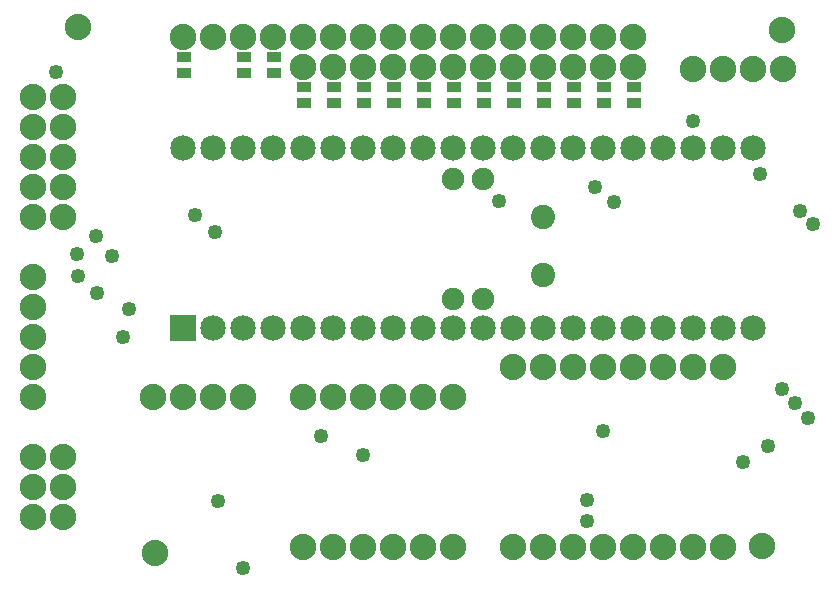
<source format=gbs>
G04 MADE WITH FRITZING*
G04 WWW.FRITZING.ORG*
G04 DOUBLE SIDED*
G04 HOLES PLATED*
G04 CONTOUR ON CENTER OF CONTOUR VECTOR*
%ASAXBY*%
%FSLAX23Y23*%
%MOIN*%
%OFA0B0*%
%SFA1.0B1.0*%
%ADD10C,0.049370*%
%ADD11C,0.085000*%
%ADD12C,0.088000*%
%ADD13C,0.075000*%
%ADD14C,0.080925*%
%ADD15C,0.080866*%
%ADD16R,0.085000X0.085000*%
%ADD17R,0.045433X0.037559*%
%LNMASK0*%
G90*
G70*
G54D10*
X1981Y1312D03*
X407Y812D03*
X805Y43D03*
X1661Y1265D03*
X256Y1014D03*
X319Y959D03*
X371Y1083D03*
X427Y905D03*
X254Y1088D03*
X315Y1148D03*
X183Y1694D03*
X2043Y1261D03*
X2530Y1356D03*
X2305Y1531D03*
X712Y1163D03*
X645Y1219D03*
X2663Y1230D03*
X2705Y1188D03*
X2474Y395D03*
X2557Y448D03*
X2602Y637D03*
X2646Y590D03*
X2691Y543D03*
X2007Y498D03*
X1066Y481D03*
X1207Y418D03*
X724Y265D03*
X1952Y268D03*
X1952Y198D03*
G54D11*
X607Y843D03*
X607Y1443D03*
X707Y843D03*
X707Y1443D03*
X807Y843D03*
X807Y1443D03*
X907Y843D03*
X907Y1443D03*
X1007Y843D03*
X1007Y1443D03*
X1107Y843D03*
X1107Y1443D03*
X1207Y843D03*
X1207Y1443D03*
X1307Y843D03*
X1307Y1443D03*
X1407Y843D03*
X1407Y1443D03*
X1507Y843D03*
X1507Y1443D03*
X1607Y843D03*
X1607Y1443D03*
X1707Y843D03*
X1707Y1443D03*
X1807Y843D03*
X1807Y1443D03*
X1907Y843D03*
X1907Y1443D03*
X2007Y843D03*
X2007Y1443D03*
X2107Y843D03*
X2107Y1443D03*
X2207Y843D03*
X2207Y1443D03*
X2307Y843D03*
X2307Y1443D03*
X2407Y843D03*
X2407Y1443D03*
X2507Y843D03*
X2507Y1443D03*
G54D12*
X207Y1612D03*
X207Y1512D03*
X207Y1412D03*
X207Y1312D03*
X207Y1212D03*
X257Y1845D03*
X2602Y1834D03*
X2535Y115D03*
X513Y90D03*
X107Y1612D03*
X107Y1512D03*
X107Y1412D03*
X107Y1312D03*
X107Y1212D03*
X107Y612D03*
X107Y712D03*
X107Y812D03*
X207Y412D03*
X107Y412D03*
X207Y312D03*
X107Y312D03*
X207Y212D03*
X107Y212D03*
X607Y1812D03*
X707Y1812D03*
X807Y1812D03*
X907Y1812D03*
X2107Y1812D03*
X2007Y1812D03*
X1907Y1812D03*
X1807Y1812D03*
X1707Y1812D03*
X1607Y1812D03*
X1507Y1812D03*
X1407Y1812D03*
X1307Y1812D03*
X1207Y1812D03*
X1107Y1812D03*
X1007Y1812D03*
X1007Y1712D03*
X1107Y1712D03*
X1207Y1712D03*
X1307Y1712D03*
X1407Y1712D03*
X1507Y1712D03*
X1607Y1712D03*
X1707Y1712D03*
X1807Y1712D03*
X1907Y1712D03*
X2007Y1712D03*
X2107Y1712D03*
X2307Y1704D03*
X2407Y1704D03*
X2507Y1704D03*
X2607Y1704D03*
X107Y1012D03*
X107Y912D03*
X1707Y712D03*
X1807Y712D03*
X1907Y712D03*
X2007Y712D03*
X2107Y712D03*
X2207Y712D03*
X2307Y712D03*
X2407Y712D03*
X1707Y112D03*
X1807Y112D03*
X1907Y112D03*
X2007Y112D03*
X2107Y112D03*
X2207Y112D03*
X2307Y112D03*
X2407Y112D03*
X1507Y112D03*
X1407Y112D03*
X1307Y112D03*
X1207Y112D03*
X1107Y112D03*
X1007Y112D03*
X1507Y612D03*
X1407Y612D03*
X1307Y612D03*
X1207Y612D03*
X1107Y612D03*
X1007Y612D03*
X507Y612D03*
X607Y612D03*
X707Y612D03*
X807Y612D03*
G54D13*
X1607Y939D03*
X1507Y939D03*
X1507Y1339D03*
X1607Y1339D03*
G54D14*
X1807Y1019D03*
G54D15*
X1807Y1212D03*
G54D16*
X607Y843D03*
G54D17*
X609Y1693D03*
X609Y1744D03*
X809Y1693D03*
X809Y1744D03*
X909Y1693D03*
X909Y1744D03*
X1009Y1593D03*
X1009Y1644D03*
X1109Y1593D03*
X1109Y1644D03*
X1209Y1593D03*
X1209Y1644D03*
X1309Y1593D03*
X1309Y1644D03*
X1409Y1593D03*
X1409Y1644D03*
X1509Y1593D03*
X1509Y1644D03*
X1609Y1593D03*
X1609Y1644D03*
X1709Y1593D03*
X1709Y1644D03*
X1809Y1593D03*
X1809Y1644D03*
X1909Y1593D03*
X1909Y1644D03*
X2009Y1593D03*
X2009Y1644D03*
X2109Y1593D03*
X2109Y1644D03*
G04 End of Mask0*
M02*
</source>
